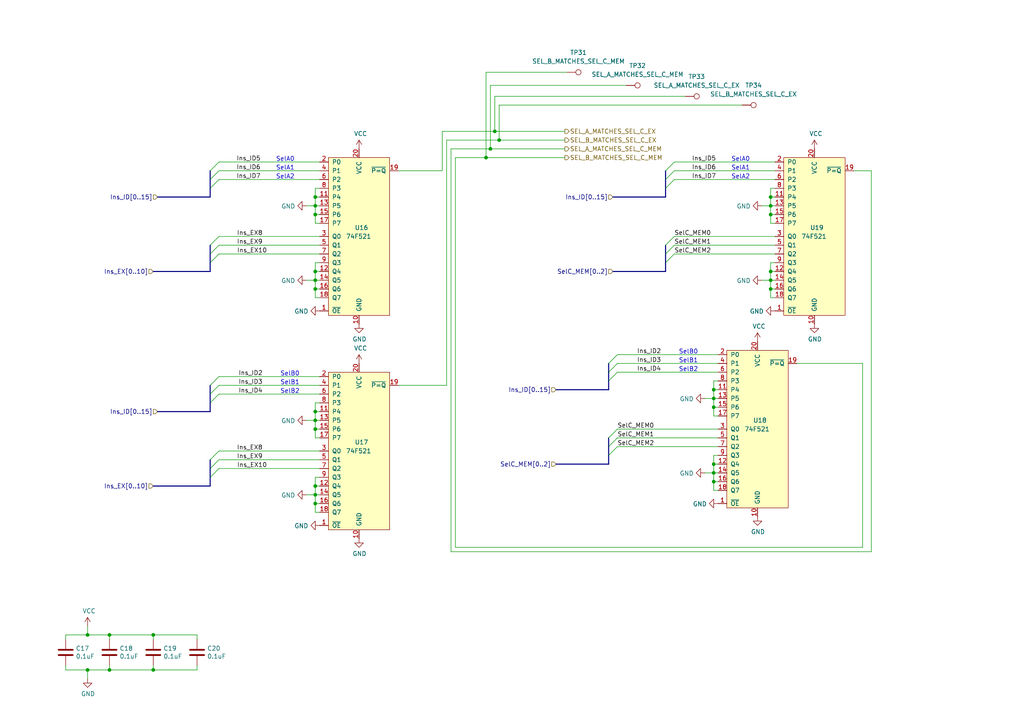
<source format=kicad_sch>
(kicad_sch (version 20250114) (generator "eeschema") (generator_version "9.0")
  (paper "A4")
  (title_block (date "2023-11-25") (rev "A"))
  (lib_symbols
    (symbol "Connector:TestPoint" (pin_numbers (hide yes)) (pin_names (offset 0.762) (hide yes))
      (property "Reference" "TP" (at 0 6.858 0))
      (property "Value" "TestPoint" (at 0 5.08 0))
      (symbol "TestPoint_0_1"
        (circle (center 0 3.302) (radius 0.762))
      )
      (symbol "TestPoint_1_1"
        (pin passive line (at 0 0 90) (length 2.54) (name "1") (number "1"))
      )
    )
    (symbol "Device:C" (pin_numbers (hide yes)) (pin_names (offset 0.254))
      (property "Reference" "C" (at 0.635 2.54 0))
      (property "Value" "C" (at 0.635 -2.54 0))
      (symbol "C_0_1"
        (polyline (pts (xy -2.032 0.762) (xy 2.032 0.762)) (stroke (width 0.508)))
        (polyline (pts (xy -2.032 -0.762) (xy 2.032 -0.762)) (stroke (width 0.508)))
      )
      (symbol "C_1_1"
        (pin passive line (at 0 3.81 270) (length 2.794) (name "~") (number "1"))
        (pin passive line (at 0 -3.81 90) (length 2.794) (name "~") (number "2"))
      )
    )
    (symbol "Turtle16:74F521" (pin_names (offset 1.016))
      (symbol "74F521_0_0"
        (pin input line (at -11.43 19.05 0) (length 2.54) (name "P0") (number "2"))
        (pin input line (at -11.43 16.51 0) (length 2.54) (name "P1") (number "4"))
        (pin input line (at -11.43 13.97 0) (length 2.54) (name "P2") (number "6"))
        (pin input line (at -11.43 11.43 0) (length 2.54) (name "P3") (number "8"))
        (pin input line (at -11.43 8.89 0) (length 2.54) (name "P4") (number "11"))
        (pin input line (at -11.43 6.35 0) (length 2.54) (name "P5") (number "13"))
        (pin input line (at -11.43 3.81 0) (length 2.54) (name "P6") (number "15"))
        (pin input line (at -11.43 1.27 0) (length 2.54) (name "P7") (number "17"))
        (pin input line (at -11.43 -2.54 0) (length 2.54) (name "Q0") (number "3"))
        (pin input line (at -11.43 -5.08 0) (length 2.54) (name "Q1") (number "5"))
        (pin input line (at -11.43 -7.62 0) (length 2.54) (name "Q2") (number "7"))
        (pin input line (at -11.43 -10.16 0) (length 2.54) (name "Q3") (number "9"))
        (pin input line (at -11.43 -12.7 0) (length 2.54) (name "Q4") (number "12"))
        (pin input line (at -11.43 -15.24 0) (length 2.54) (name "Q5") (number "14"))
        (pin input line (at -11.43 -17.78 0) (length 2.54) (name "Q6") (number "16"))
        (pin input line (at -11.43 -20.32 0) (length 2.54) (name "Q7") (number "18"))
        (pin input line (at -11.43 -24.13 0) (length 2.54) (name "~{OE}") (number "1"))
        (pin power_in line (at 0 22.86 270) (length 2.54) (name "VCC") (number "20"))
        (pin power_in line (at 0 -27.94 90) (length 2.54) (name "GND") (number "10"))
        (pin output line (at 11.43 16.51 180) (length 2.54) (name "~{P=Q}") (number "19"))
      )
      (symbol "74F521_0_1"
        (rectangle (start -8.89 20.32) (end 8.89 -25.4) (fill (type background)))
      )
    )
    (symbol "power:GND" (power) (pin_names (offset 0))
      (property "Value" "GND" (at 0 -3.81 0))
      (symbol "GND_0_1"
        (polyline (pts (xy 0 0) (xy 0 -1.27) (xy 1.27 -1.27) (xy 0 -2.54) (xy -1.27 -1.27) (xy 0 -1.27)))
      )
      (symbol "GND_1_1"
        (pin power_in line (at 0 0 270) (length 0) (hide yes) (name "GND") (number "1"))
      )
    )
    (symbol "power:VCC" (power) (pin_names (offset 0))
      (property "Value" "VCC" (at 0 3.81 0))
      (symbol "VCC_0_1"
        (polyline (pts (xy -0.762 1.27) (xy 0 2.54)))
        (polyline (pts (xy 0 2.54) (xy 0.762 1.27)))
        (polyline (pts (xy 0 0) (xy 0 2.54)))
      )
      (symbol "VCC_1_1"
        (pin power_in line (at 0 0 90) (length 0) (hide yes) (name "VCC") (number "1"))
      )
    )
  )
  (text "SelA0" (at 212.09 46.99 0) (effects (font (size 1.27 1.27)) (justify left bottom)))
  (text "SelB1" (at 81.28 111.76 0) (effects (font (size 1.27 1.27)) (justify left bottom)))
  (text "SelA2" (at 212.09 52.07 0) (effects (font (size 1.27 1.27)) (justify left bottom)))
  (text "SelA1" (at 212.09 49.53 0) (effects (font (size 1.27 1.27)) (justify left bottom)))
  (text "SelB2" (at 196.85 107.95 0) (effects (font (size 1.27 1.27)) (justify left bottom)))
  (text "SelA0" (at 80.01 46.99 0) (effects (font (size 1.27 1.27)) (justify left bottom)))
  (text "SelB2" (at 81.28 114.3 0) (effects (font (size 1.27 1.27)) (justify left bottom)))
  (text "SelA1" (at 80.01 49.53 0) (effects (font (size 1.27 1.27)) (justify left bottom)))
  (text "SelA2" (at 80.01 52.07 0) (effects (font (size 1.27 1.27)) (justify left bottom)))
  (text "SelB0" (at 196.85 102.87 0) (effects (font (size 1.27 1.27)) (justify left bottom)))
  (text "SelB0" (at 81.28 109.22 0) (effects (font (size 1.27 1.27)) (justify left bottom)))
  (text "SelB1" (at 196.85 105.41 0) (effects (font (size 1.27 1.27)) (justify left bottom)))
  (junction (at 207.01 139.7))
  (junction (at 144.78 40.64))
  (junction (at 25.4 184.15))
  (junction (at 207.01 113.03))
  (junction (at 91.44 57.15))
  (junction (at 207.01 137.16))
  (junction (at 143.51 38.1))
  (junction (at 223.52 78.74))
  (junction (at 91.44 119.38))
  (junction (at 223.52 59.69))
  (junction (at 142.24 43.18))
  (junction (at 140.97 45.72))
  (junction (at 25.4 194.31))
  (junction (at 91.44 146.05))
  (junction (at 91.44 140.97))
  (junction (at 207.01 118.11))
  (junction (at 223.52 57.15))
  (junction (at 223.52 62.23))
  (junction (at 91.44 143.51))
  (junction (at 91.44 59.69))
  (junction (at 91.44 81.28))
  (junction (at 223.52 83.82))
  (junction (at 44.45 194.31))
  (junction (at 31.75 194.31))
  (junction (at 223.52 81.28))
  (junction (at 31.75 184.15))
  (junction (at 91.44 62.23))
  (junction (at 91.44 121.92))
  (junction (at 207.01 115.57))
  (junction (at 207.01 134.62))
  (junction (at 44.45 184.15))
  (junction (at 91.44 83.82))
  (junction (at 91.44 78.74))
  (junction (at 91.44 124.46))
  (bus_entry (at 193.04 71.12) (size 2.54 -2.54))
  (bus_entry (at 63.5 46.99) (size -2.54 2.54))
  (bus_entry (at 176.53 127) (size 2.54 -2.54))
  (bus_entry (at 179.07 102.87) (size -2.54 2.54))
  (bus_entry (at 63.5 49.53) (size -2.54 2.54))
  (bus_entry (at 193.04 76.2) (size 2.54 -2.54))
  (bus_entry (at 179.07 105.41) (size -2.54 2.54))
  (bus_entry (at 60.96 138.43) (size 2.54 -2.54))
  (bus_entry (at 63.5 114.3) (size -2.54 2.54))
  (bus_entry (at 176.53 132.08) (size 2.54 -2.54))
  (bus_entry (at 195.58 49.53) (size -2.54 2.54))
  (bus_entry (at 60.96 71.12) (size 2.54 -2.54))
  (bus_entry (at 63.5 109.22) (size -2.54 2.54))
  (bus_entry (at 195.58 46.99) (size -2.54 2.54))
  (bus_entry (at 63.5 111.76) (size -2.54 2.54))
  (bus_entry (at 179.07 107.95) (size -2.54 2.54))
  (bus_entry (at 60.96 135.89) (size 2.54 -2.54))
  (bus_entry (at 195.58 52.07) (size -2.54 2.54))
  (bus_entry (at 60.96 133.35) (size 2.54 -2.54))
  (bus_entry (at 63.5 52.07) (size -2.54 2.54))
  (bus_entry (at 193.04 73.66) (size 2.54 -2.54))
  (bus_entry (at 60.96 73.66) (size 2.54 -2.54))
  (bus_entry (at 176.53 129.54) (size 2.54 -2.54))
  (bus_entry (at 60.96 76.2) (size 2.54 -2.54))
  (bus (pts (xy 60.96 52.07) (xy 60.96 54.61)))
  (wire (pts (xy 143.51 27.94) (xy 143.51 38.1)))
  (bus (pts (xy 60.96 49.53) (xy 60.96 52.07)))
  (wire (pts (xy 91.44 57.15) (xy 91.44 59.69)))
  (wire (pts (xy 140.97 45.72) (xy 163.83 45.72)))
  (bus (pts (xy 177.8 78.74) (xy 193.04 78.74)))
  (wire (pts (xy 44.45 194.31) (xy 57.15 194.31)))
  (wire (pts (xy 91.44 62.23) (xy 91.44 64.77)))
  (wire (pts (xy 195.58 46.99) (xy 224.79 46.99)))
  (bus (pts (xy 161.29 134.62) (xy 176.53 134.62)))
  (bus (pts (xy 176.53 110.49) (xy 176.53 113.03)))
  (bus (pts (xy 176.53 105.41) (xy 176.53 107.95)))
  (wire (pts (xy 130.81 43.18) (xy 142.24 43.18)))
  (bus (pts (xy 176.53 127) (xy 176.53 129.54)))
  (wire (pts (xy 92.71 140.97) (xy 91.44 140.97)))
  (wire (pts (xy 231.14 105.41) (xy 250.19 105.41)))
  (wire (pts (xy 63.5 109.22) (xy 92.71 109.22)))
  (bus (pts (xy 60.96 135.89) (xy 60.96 138.43)))
  (bus (pts (xy 176.53 132.08) (xy 176.53 134.62)))
  (wire (pts (xy 91.44 121.92) (xy 91.44 124.46)))
  (wire (pts (xy 132.08 45.72) (xy 140.97 45.72)))
  (wire (pts (xy 224.79 68.58) (xy 195.58 68.58)))
  (wire (pts (xy 223.52 59.69) (xy 224.79 59.69)))
  (wire (pts (xy 215.265 30.48) (xy 144.78 30.48)))
  (bus (pts (xy 176.53 129.54) (xy 176.53 132.08)))
  (bus (pts (xy 193.04 73.66) (xy 193.04 76.2)))
  (wire (pts (xy 207.01 115.57) (xy 208.28 115.57)))
  (wire (pts (xy 25.4 196.85) (xy 25.4 194.31)))
  (wire (pts (xy 207.01 139.7) (xy 207.01 142.24)))
  (wire (pts (xy 57.15 184.15) (xy 57.15 185.42)))
  (wire (pts (xy 91.44 121.92) (xy 88.9 121.92)))
  (wire (pts (xy 142.24 24.765) (xy 142.24 43.18)))
  (wire (pts (xy 224.79 57.15) (xy 223.52 57.15)))
  (wire (pts (xy 25.4 194.31) (xy 31.75 194.31)))
  (wire (pts (xy 91.44 59.69) (xy 91.44 62.23)))
  (wire (pts (xy 207.01 137.16) (xy 204.47 137.16)))
  (wire (pts (xy 91.44 59.69) (xy 92.71 59.69)))
  (bus (pts (xy 193.04 71.12) (xy 193.04 73.66)))
  (wire (pts (xy 207.01 120.65) (xy 208.28 120.65)))
  (wire (pts (xy 207.01 137.16) (xy 207.01 139.7)))
  (bus (pts (xy 60.96 57.15) (xy 45.72 57.15)))
  (wire (pts (xy 179.07 102.87) (xy 208.28 102.87)))
  (wire (pts (xy 223.52 64.77) (xy 224.79 64.77)))
  (bus (pts (xy 193.04 49.53) (xy 193.04 52.07)))
  (wire (pts (xy 142.24 24.765) (xy 181.61 24.765)))
  (wire (pts (xy 208.28 129.54) (xy 179.07 129.54)))
  (wire (pts (xy 207.01 142.24) (xy 208.28 142.24)))
  (wire (pts (xy 91.44 138.43) (xy 91.44 140.97)))
  (wire (pts (xy 250.19 158.75) (xy 132.08 158.75)))
  (wire (pts (xy 207.01 137.16) (xy 208.28 137.16)))
  (wire (pts (xy 224.79 73.66) (xy 195.58 73.66)))
  (wire (pts (xy 19.05 184.15) (xy 25.4 184.15)))
  (bus (pts (xy 60.96 73.66) (xy 60.96 76.2)))
  (wire (pts (xy 195.58 71.12) (xy 224.79 71.12)))
  (wire (pts (xy 19.05 185.42) (xy 19.05 184.15)))
  (bus (pts (xy 44.45 78.74) (xy 60.96 78.74)))
  (wire (pts (xy 92.71 83.82) (xy 91.44 83.82)))
  (wire (pts (xy 92.71 116.84) (xy 91.44 116.84)))
  (wire (pts (xy 63.5 68.58) (xy 92.71 68.58)))
  (bus (pts (xy 176.53 107.95) (xy 176.53 110.49)))
  (wire (pts (xy 208.28 124.46) (xy 179.07 124.46)))
  (wire (pts (xy 91.44 143.51) (xy 92.71 143.51)))
  (wire (pts (xy 25.4 181.61) (xy 25.4 184.15)))
  (wire (pts (xy 223.52 57.15) (xy 223.52 59.69)))
  (bus (pts (xy 176.53 113.03) (xy 161.29 113.03)))
  (wire (pts (xy 223.52 54.61) (xy 223.52 57.15)))
  (wire (pts (xy 91.44 81.28) (xy 91.44 83.82)))
  (wire (pts (xy 208.28 118.11) (xy 207.01 118.11)))
  (wire (pts (xy 92.71 76.2) (xy 91.44 76.2)))
  (wire (pts (xy 91.44 83.82) (xy 91.44 86.36)))
  (wire (pts (xy 195.58 49.53) (xy 224.79 49.53)))
  (wire (pts (xy 91.44 119.38) (xy 91.44 121.92)))
  (wire (pts (xy 63.5 71.12) (xy 92.71 71.12)))
  (wire (pts (xy 223.52 81.28) (xy 223.52 83.82)))
  (wire (pts (xy 208.28 110.49) (xy 207.01 110.49)))
  (bus (pts (xy 193.04 54.61) (xy 193.04 57.15)))
  (wire (pts (xy 207.01 115.57) (xy 207.01 118.11)))
  (wire (pts (xy 91.44 121.92) (xy 92.71 121.92)))
  (wire (pts (xy 91.44 148.59) (xy 92.71 148.59)))
  (wire (pts (xy 207.01 110.49) (xy 207.01 113.03)))
  (wire (pts (xy 91.44 81.28) (xy 92.71 81.28)))
  (wire (pts (xy 208.28 132.08) (xy 207.01 132.08)))
  (bus (pts (xy 193.04 57.15) (xy 177.8 57.15)))
  (wire (pts (xy 92.71 54.61) (xy 91.44 54.61)))
  (bus (pts (xy 60.96 133.35) (xy 60.96 135.89)))
  (bus (pts (xy 60.96 114.3) (xy 60.96 116.84)))
  (wire (pts (xy 91.44 54.61) (xy 91.44 57.15)))
  (wire (pts (xy 92.71 146.05) (xy 91.44 146.05)))
  (wire (pts (xy 223.52 86.36) (xy 224.79 86.36)))
  (wire (pts (xy 128.27 49.53) (xy 128.27 38.1)))
  (wire (pts (xy 91.44 76.2) (xy 91.44 78.74)))
  (wire (pts (xy 223.52 83.82) (xy 223.52 86.36)))
  (wire (pts (xy 91.44 143.51) (xy 88.9 143.51)))
  (wire (pts (xy 207.01 113.03) (xy 207.01 115.57)))
  (wire (pts (xy 224.79 78.74) (xy 223.52 78.74)))
  (wire (pts (xy 44.45 184.15) (xy 57.15 184.15)))
  (wire (pts (xy 91.44 78.74) (xy 91.44 81.28)))
  (wire (pts (xy 63.5 73.66) (xy 92.71 73.66)))
  (bus (pts (xy 60.96 71.12) (xy 60.96 73.66)))
  (bus (pts (xy 60.96 116.84) (xy 60.96 119.38)))
  (wire (pts (xy 91.44 146.05) (xy 91.44 148.59)))
  (wire (pts (xy 207.01 134.62) (xy 207.01 137.16)))
  (bus (pts (xy 193.04 76.2) (xy 193.04 78.74)))
  (wire (pts (xy 224.79 54.61) (xy 223.52 54.61)))
  (wire (pts (xy 63.5 114.3) (xy 92.71 114.3)))
  (wire (pts (xy 224.79 76.2) (xy 223.52 76.2)))
  (wire (pts (xy 223.52 59.69) (xy 220.98 59.69)))
  (wire (pts (xy 140.97 20.955) (xy 164.465 20.955)))
  (wire (pts (xy 223.52 76.2) (xy 223.52 78.74)))
  (wire (pts (xy 92.71 124.46) (xy 91.44 124.46)))
  (wire (pts (xy 252.73 160.02) (xy 130.81 160.02)))
  (wire (pts (xy 19.05 194.31) (xy 25.4 194.31)))
  (wire (pts (xy 63.5 111.76) (xy 92.71 111.76)))
  (wire (pts (xy 92.71 119.38) (xy 91.44 119.38)))
  (wire (pts (xy 142.24 43.18) (xy 163.83 43.18)))
  (wire (pts (xy 63.5 46.99) (xy 92.71 46.99)))
  (wire (pts (xy 195.58 52.07) (xy 224.79 52.07)))
  (wire (pts (xy 140.97 20.955) (xy 140.97 45.72)))
  (wire (pts (xy 91.44 116.84) (xy 91.44 119.38)))
  (wire (pts (xy 144.78 40.64) (xy 163.83 40.64)))
  (wire (pts (xy 25.4 184.15) (xy 31.75 184.15)))
  (wire (pts (xy 92.71 57.15) (xy 91.44 57.15)))
  (wire (pts (xy 63.5 130.81) (xy 92.71 130.81)))
  (bus (pts (xy 60.96 138.43) (xy 60.96 140.97)))
  (wire (pts (xy 115.57 49.53) (xy 128.27 49.53)))
  (bus (pts (xy 44.45 140.97) (xy 60.96 140.97)))
  (wire (pts (xy 31.75 184.15) (xy 31.75 185.42)))
  (wire (pts (xy 92.71 62.23) (xy 91.44 62.23)))
  (wire (pts (xy 129.54 40.64) (xy 144.78 40.64)))
  (wire (pts (xy 31.75 194.31) (xy 31.75 193.04)))
  (bus (pts (xy 60.96 76.2) (xy 60.96 78.74)))
  (wire (pts (xy 223.52 62.23) (xy 223.52 64.77)))
  (wire (pts (xy 207.01 115.57) (xy 204.47 115.57)))
  (bus (pts (xy 193.04 52.07) (xy 193.04 54.61)))
  (wire (pts (xy 179.07 127) (xy 208.28 127)))
  (wire (pts (xy 31.75 184.15) (xy 44.45 184.15)))
  (wire (pts (xy 129.54 40.64) (xy 129.54 111.76)))
  (wire (pts (xy 247.65 49.53) (xy 252.73 49.53)))
  (wire (pts (xy 63.5 133.35) (xy 92.71 133.35)))
  (wire (pts (xy 252.73 49.53) (xy 252.73 160.02)))
  (wire (pts (xy 91.44 81.28) (xy 88.9 81.28)))
  (wire (pts (xy 224.79 83.82) (xy 223.52 83.82)))
  (wire (pts (xy 130.81 43.18) (xy 130.81 160.02)))
  (wire (pts (xy 223.52 81.28) (xy 220.98 81.28)))
  (wire (pts (xy 144.78 30.48) (xy 144.78 40.64)))
  (wire (pts (xy 91.44 124.46) (xy 91.44 127)))
  (wire (pts (xy 19.05 193.04) (xy 19.05 194.31)))
  (wire (pts (xy 63.5 135.89) (xy 92.71 135.89)))
  (wire (pts (xy 92.71 138.43) (xy 91.44 138.43)))
  (wire (pts (xy 115.57 111.76) (xy 129.54 111.76)))
  (wire (pts (xy 91.44 59.69) (xy 88.9 59.69)))
  (wire (pts (xy 207.01 132.08) (xy 207.01 134.62)))
  (wire (pts (xy 57.15 194.31) (xy 57.15 193.04)))
  (bus (pts (xy 60.96 111.76) (xy 60.96 114.3)))
  (wire (pts (xy 91.44 86.36) (xy 92.71 86.36)))
  (wire (pts (xy 179.07 107.95) (xy 208.28 107.95)))
  (wire (pts (xy 91.44 143.51) (xy 91.44 146.05)))
  (wire (pts (xy 91.44 127) (xy 92.71 127)))
  (wire (pts (xy 143.51 38.1) (xy 163.83 38.1)))
  (wire (pts (xy 198.755 27.94) (xy 143.51 27.94)))
  (wire (pts (xy 92.71 78.74) (xy 91.44 78.74)))
  (wire (pts (xy 128.27 38.1) (xy 143.51 38.1)))
  (wire (pts (xy 44.45 184.15) (xy 44.45 185.42)))
  (wire (pts (xy 63.5 49.53) (xy 92.71 49.53)))
  (wire (pts (xy 223.52 59.69) (xy 223.52 62.23)))
  (wire (pts (xy 208.28 139.7) (xy 207.01 139.7)))
  (wire (pts (xy 91.44 140.97) (xy 91.44 143.51)))
  (wire (pts (xy 208.28 113.03) (xy 207.01 113.03)))
  (wire (pts (xy 31.75 194.31) (xy 44.45 194.31)))
  (bus (pts (xy 60.96 54.61) (xy 60.96 57.15)))
  (bus (pts (xy 60.96 119.38) (xy 45.72 119.38)))
  (wire (pts (xy 44.45 194.31) (xy 44.45 193.04)))
  (wire (pts (xy 179.07 105.41) (xy 208.28 105.41)))
  (wire (pts (xy 223.52 81.28) (xy 224.79 81.28)))
  (wire (pts (xy 132.08 45.72) (xy 132.08 158.75)))
  (wire (pts (xy 224.79 62.23) (xy 223.52 62.23)))
  (wire (pts (xy 207.01 118.11) (xy 207.01 120.65)))
  (wire (pts (xy 63.5 52.07) (xy 92.71 52.07)))
  (wire (pts (xy 223.52 78.74) (xy 223.52 81.28)))
  (wire (pts (xy 208.28 134.62) (xy 207.01 134.62)))
  (wire (pts (xy 91.44 64.77) (xy 92.71 64.77)))
  (wire (pts (xy 250.19 105.41) (xy 250.19 158.75)))
  (label "Ins_ID7" (at 200.66 52.07 0))
  (label "SelC_MEM1" (at 195.58 71.12 0))
  (label "SelC_MEM0" (at 195.58 68.58 0))
  (label "SelC_MEM0" (at 179.07 124.46 0))
  (label "Ins_ID3" (at 76.2 111.76 180))
  (label "Ins_EX9" (at 76.2 133.35 180))
  (label "Ins_EX10" (at 77.47 135.89 180))
  (label "Ins_EX9" (at 76.2 71.12 180))
  (label "Ins_EX8" (at 76.2 68.58 180))
  (label "Ins_ID2" (at 76.2 109.22 180))
  (label "Ins_EX8" (at 76.2 130.81 180))
  (label "SelC_MEM2" (at 179.07 129.54 0))
  (label "Ins_ID4" (at 76.2 114.3 180))
  (label "Ins_ID6" (at 68.58 49.53 0))
  (label "Ins_EX10" (at 77.47 73.66 180))
  (label "Ins_ID2" (at 191.77 102.87 180))
  (label "Ins_ID6" (at 200.66 49.53 0))
  (label "SelC_MEM1" (at 179.07 127 0))
  (label "Ins_ID3" (at 191.77 105.41 180))
  (label "SelC_MEM2" (at 195.58 73.66 0))
  (label "Ins_ID5" (at 200.66 46.99 0))
  (label "Ins_ID5" (at 68.58 46.99 0))
  (label "Ins_ID7" (at 68.58 52.07 0))
  (label "Ins_ID4" (at 191.77 107.95 180))
  (hierarchical_label "SEL_A_MATCHES_SEL_C_EX" (shape output) (at 163.83 38.1 0))
  (hierarchical_label "Ins_EX[0..10]" (shape input) (at 44.45 78.74 180))
  (hierarchical_label "SEL_A_MATCHES_SEL_C_MEM" (shape output) (at 163.83 43.18 0))
  (hierarchical_label "SEL_B_MATCHES_SEL_C_MEM" (shape output) (at 163.83 45.72 0))
  (hierarchical_label "SelC_MEM[0..2]" (shape input) (at 161.29 134.62 180))
  (hierarchical_label "Ins_ID[0..15]" (shape input) (at 161.29 113.03 180))
  (hierarchical_label "Ins_ID[0..15]" (shape input) (at 45.72 119.38 180))
  (hierarchical_label "Ins_ID[0..15]" (shape input) (at 45.72 57.15 180))
  (hierarchical_label "Ins_EX[0..10]" (shape input) (at 44.45 140.97 180))
  (hierarchical_label "SelC_MEM[0..2]" (shape input) (at 177.8 78.74 180))
  (hierarchical_label "Ins_ID[0..15]" (shape input) (at 177.8 57.15 180))
  (hierarchical_label "SEL_B_MATCHES_SEL_C_EX" (shape output) (at 163.83 40.64 0))
  (symbol (lib_id "Device:C") (at 19.05 189.23 0) (unit 1)
    (property "Reference" "C17" (at 21.971 188.0616 0) (effects (justify left)))
    (property "Value" "0.1uF" (at 21.971 190.373 0) (effects (justify left)))
    (property "Footprint" "Capacitor_SMD:C_0603_1608Metric" (effects (hide yes)))
    (property "Datasheet" "https://www.mouser.com/datasheet/2/396/taiyo_yuden_12132018_mlcc11_hq_e-1510082.pdf" (effects (hide yes)))
    (property "Manufacturer" "Taiyo Yuden" (effects (hide yes)))
    (property "Manufacturer#" "EMK107B7104KAHT" (effects (hide yes)))
    (property "Mouser#" "963-EMK107B7104KAHT" (effects (hide yes)))
    (property "Digikey#" "587-6004-1-ND" (effects (hide yes)))
  )
  (symbol (lib_id "power:VCC") (at 25.4 181.61 0) (unit 1)
    (property "Reference" "#PWR084" (effects (hide yes)))
    (property "Value" "VCC" (at 25.8318 177.2158 0))
  )
  (symbol (lib_id "power:GND") (at 25.4 196.85 0) (unit 1)
    (property "Reference" "#PWR085" (effects (hide yes)))
    (property "Value" "GND" (at 25.527 201.2442 0))
  )
  (symbol (lib_id "Device:C") (at 31.75 189.23 0) (unit 1)
    (property "Reference" "C18" (at 34.671 188.0616 0) (effects (justify left)))
    (property "Value" "0.1uF" (at 34.671 190.373 0) (effects (justify left)))
    (property "Footprint" "Capacitor_SMD:C_0603_1608Metric" (effects (hide yes)))
    (property "Datasheet" "https://www.mouser.com/datasheet/2/396/taiyo_yuden_12132018_mlcc11_hq_e-1510082.pdf" (effects (hide yes)))
    (property "Manufacturer" "Taiyo Yuden" (effects (hide yes)))
    (property "Manufacturer#" "EMK107B7104KAHT" (effects (hide yes)))
    (property "Mouser#" "963-EMK107B7104KAHT" (effects (hide yes)))
    (property "Digikey#" "587-6004-1-ND" (effects (hide yes)))
  )
  (symbol (lib_id "Device:C") (at 44.45 189.23 0) (unit 1)
    (property "Reference" "C19" (at 47.371 188.0616 0) (effects (justify left)))
    (property "Value" "0.1uF" (at 47.371 190.373 0) (effects (justify left)))
    (property "Footprint" "Capacitor_SMD:C_0603_1608Metric" (effects (hide yes)))
    (property "Datasheet" "https://www.mouser.com/datasheet/2/396/taiyo_yuden_12132018_mlcc11_hq_e-1510082.pdf" (effects (hide yes)))
    (property "Manufacturer" "Taiyo Yuden" (effects (hide yes)))
    (property "Manufacturer#" "EMK107B7104KAHT" (effects (hide yes)))
    (property "Mouser#" "963-EMK107B7104KAHT" (effects (hide yes)))
    (property "Digikey#" "587-6004-1-ND" (effects (hide yes)))
  )
  (symbol (lib_id "Device:C") (at 57.15 189.23 0) (unit 1)
    (property "Reference" "C20" (at 60.071 188.0616 0) (effects (justify left)))
    (property "Value" "0.1uF" (at 60.071 190.373 0) (effects (justify left)))
    (property "Footprint" "Capacitor_SMD:C_0603_1608Metric" (effects (hide yes)))
    (property "Datasheet" "https://www.mouser.com/datasheet/2/396/taiyo_yuden_12132018_mlcc11_hq_e-1510082.pdf" (effects (hide yes)))
    (property "Manufacturer" "Taiyo Yuden" (effects (hide yes)))
    (property "Manufacturer#" "EMK107B7104KAHT" (effects (hide yes)))
    (property "Mouser#" "963-EMK107B7104KAHT" (effects (hide yes)))
    (property "Digikey#" "587-6004-1-ND" (effects (hide yes)))
  )
  (symbol (lib_id "Turtle16:74F521") (at 104.14 66.04 0) (unit 1)
    (property "Reference" "U16" (at 102.87 66.04 0) (effects (justify left)))
    (property "Value" "74F521" (at 100.33 68.58 0) (effects (justify left)))
    (property "Footprint" "Package_SO:SOIC-20W_7.5x12.8mm_P1.27mm" (effects (hide yes)))
    (property "Datasheet" "https://www.ti.com/general/docs/suppproductinfo.tsp?distId=26&gotoUrl=https://www.ti.com/lit/gpn/sn74f521" (effects (hide yes)))
    (property "Manufacturer" "Texas Instruments" (effects (hide yes)))
    (property "Manufacturer#" "SN74F521DWR" (effects (hide yes)))
    (property "Mouser#" "595-SN74F521DWR" (effects (hide yes)))
    (property "Digikey#" "296-14819-1-ND" (effects (hide yes)))
  )
  (symbol (lib_id "power:VCC") (at 104.14 43.18 0) (unit 1)
    (property "Reference" "#PWR092" (effects (hide yes)))
    (property "Value" "VCC" (at 104.5718 38.7858 0))
  )
  (symbol (lib_id "power:GND") (at 104.14 93.98 0) (unit 1)
    (property "Reference" "#PWR093" (effects (hide yes)))
    (property "Value" "GND" (at 104.267 98.3742 0))
  )
  (symbol (lib_id "power:GND") (at 92.71 90.17 270) (unit 1)
    (property "Reference" "#PWR090" (effects (hide yes)))
    (property "Value" "GND" (at 89.4588 90.297 90) (effects (justify right)))
  )
  (symbol (lib_id "power:GND") (at 88.9 81.28 270) (unit 1)
    (property "Reference" "#PWR087" (effects (hide yes)))
    (property "Value" "GND" (at 85.6488 81.407 90) (effects (justify right)))
  )
  (symbol (lib_id "power:GND") (at 88.9 59.69 270) (unit 1)
    (property "Reference" "#PWR086" (effects (hide yes)))
    (property "Value" "GND" (at 85.6488 59.817 90) (effects (justify right)))
  )
  (symbol (lib_id "Turtle16:74F521") (at 104.14 128.27 0) (unit 1)
    (property "Reference" "U17" (at 102.87 128.27 0) (effects (justify left)))
    (property "Value" "74F521" (at 100.33 130.81 0) (effects (justify left)))
    (property "Footprint" "Package_SO:SOIC-20W_7.5x12.8mm_P1.27mm" (effects (hide yes)))
    (property "Datasheet" "https://www.ti.com/general/docs/suppproductinfo.tsp?distId=26&gotoUrl=https://www.ti.com/lit/gpn/sn74f521" (effects (hide yes)))
    (property "Manufacturer" "Texas Instruments" (effects (hide yes)))
    (property "Manufacturer#" "SN74F521DWR" (effects (hide yes)))
    (property "Mouser#" "595-SN74F521DWR" (effects (hide yes)))
    (property "Digikey#" "296-14819-1-ND" (effects (hide yes)))
  )
  (symbol (lib_id "power:VCC") (at 104.14 105.41 0) (unit 1)
    (property "Reference" "#PWR094" (effects (hide yes)))
    (property "Value" "VCC" (at 104.5718 101.0158 0))
  )
  (symbol (lib_id "power:GND") (at 104.14 156.21 0) (unit 1)
    (property "Reference" "#PWR095" (effects (hide yes)))
    (property "Value" "GND" (at 104.267 160.6042 0))
  )
  (symbol (lib_id "power:GND") (at 92.71 152.4 270) (unit 1)
    (property "Reference" "#PWR091" (effects (hide yes)))
    (property "Value" "GND" (at 89.4588 152.527 90) (effects (justify right)))
  )
  (symbol (lib_id "power:GND") (at 88.9 143.51 270) (unit 1)
    (property "Reference" "#PWR089" (effects (hide yes)))
    (property "Value" "GND" (at 85.6488 143.637 90) (effects (justify right)))
  )
  (symbol (lib_id "power:GND") (at 88.9 121.92 270) (unit 1)
    (property "Reference" "#PWR088" (effects (hide yes)))
    (property "Value" "GND" (at 85.6488 122.047 90) (effects (justify right)))
  )
  (symbol (lib_id "power:GND") (at 220.98 59.69 270) (unit 1)
    (property "Reference" "#PWR0101" (effects (hide yes)))
    (property "Value" "GND" (at 217.7288 59.817 90) (effects (justify right)))
  )
  (symbol (lib_id "power:GND") (at 220.98 81.28 270) (unit 1)
    (property "Reference" "#PWR0102" (effects (hide yes)))
    (property "Value" "GND" (at 217.7288 81.407 90) (effects (justify right)))
  )
  (symbol (lib_id "power:GND") (at 224.79 90.17 270) (unit 1)
    (property "Reference" "#PWR0103" (effects (hide yes)))
    (property "Value" "GND" (at 221.5388 90.297 90) (effects (justify right)))
  )
  (symbol (lib_id "power:GND") (at 236.22 93.98 0) (unit 1)
    (property "Reference" "#PWR0105" (effects (hide yes)))
    (property "Value" "GND" (at 236.347 98.3742 0))
  )
  (symbol (lib_id "power:VCC") (at 236.22 43.18 0) (unit 1)
    (property "Reference" "#PWR0104" (effects (hide yes)))
    (property "Value" "VCC" (at 236.6518 38.7858 0))
  )
  (symbol (lib_id "Turtle16:74F521") (at 236.22 66.04 0) (unit 1)
    (property "Reference" "U19" (at 234.95 66.04 0) (effects (justify left)))
    (property "Value" "74F521" (at 232.41 68.58 0) (effects (justify left)))
    (property "Footprint" "Package_SO:SOIC-20W_7.5x12.8mm_P1.27mm" (effects (hide yes)))
    (property "Datasheet" "https://www.ti.com/general/docs/suppproductinfo.tsp?distId=26&gotoUrl=https://www.ti.com/lit/gpn/sn74f521" (effects (hide yes)))
    (property "Manufacturer" "Texas Instruments" (effects (hide yes)))
    (property "Manufacturer#" "SN74F521DWR" (effects (hide yes)))
    (property "Mouser#" "595-SN74F521DWR" (effects (hide yes)))
    (property "Digikey#" "296-14819-1-ND" (effects (hide yes)))
  )
  (symbol (lib_id "Turtle16:74F521") (at 219.71 121.92 0) (unit 1)
    (property "Reference" "U18" (at 218.44 121.92 0) (effects (justify left)))
    (property "Value" "74F521" (at 215.9 124.46 0) (effects (justify left)))
    (property "Footprint" "Package_SO:SOIC-20W_7.5x12.8mm_P1.27mm" (effects (hide yes)))
    (property "Datasheet" "https://www.ti.com/general/docs/suppproductinfo.tsp?distId=26&gotoUrl=https://www.ti.com/lit/gpn/sn74f521" (effects (hide yes)))
    (property "Manufacturer" "Texas Instruments" (effects (hide yes)))
    (property "Manufacturer#" "SN74F521DWR" (effects (hide yes)))
    (property "Mouser#" "595-SN74F521DWR" (effects (hide yes)))
    (property "Digikey#" "296-14819-1-ND" (effects (hide yes)))
  )
  (symbol (lib_id "power:VCC") (at 219.71 99.06 0) (unit 1)
    (property "Reference" "#PWR099" (effects (hide yes)))
    (property "Value" "VCC" (at 220.1418 94.6658 0))
  )
  (symbol (lib_id "power:GND") (at 219.71 149.86 0) (unit 1)
    (property "Reference" "#PWR0100" (effects (hide yes)))
    (property "Value" "GND" (at 219.837 154.2542 0))
  )
  (symbol (lib_id "power:GND") (at 208.28 146.05 270) (unit 1)
    (property "Reference" "#PWR098" (effects (hide yes)))
    (property "Value" "GND" (at 205.0288 146.177 90) (effects (justify right)))
  )
  (symbol (lib_id "power:GND") (at 204.47 137.16 270) (unit 1)
    (property "Reference" "#PWR097" (effects (hide yes)))
    (property "Value" "GND" (at 201.2188 137.287 90) (effects (justify right)))
  )
  (symbol (lib_id "power:GND") (at 204.47 115.57 270) (unit 1)
    (property "Reference" "#PWR096" (effects (hide yes)))
    (property "Value" "GND" (at 201.2188 115.697 90) (effects (justify right)))
  )
  (symbol (lib_id "Connector:TestPoint") (at 215.265 30.48 270) (mirror x) (unit 1) (in_bom no)
    (property "Reference" "TP34" (at 218.567 24.765 90))
    (property "Value" "SEL_B_MATCHES_SEL_C_EX" (at 218.567 27.305 90))
    (property "Footprint" "TestPoint:TestPoint_Pad_D1.0mm" (effects (hide yes)))
  )
  (symbol (lib_id "Connector:TestPoint") (at 164.465 20.955 270) (mirror x) (unit 1) (in_bom no)
    (property "Reference" "TP31" (at 167.767 15.24 90))
    (property "Value" "SEL_B_MATCHES_SEL_C_MEM" (at 167.767 17.78 90))
    (property "Footprint" "TestPoint:TestPoint_Pad_D1.0mm" (effects (hide yes)))
  )
  (symbol (lib_id "Connector:TestPoint") (at 198.755 27.94 270) (mirror x) (unit 1) (in_bom no)
    (property "Reference" "TP33" (at 202.057 22.225 90))
    (property "Value" "SEL_A_MATCHES_SEL_C_EX" (at 202.057 24.765 90))
    (property "Footprint" "TestPoint:TestPoint_Pad_D1.0mm" (effects (hide yes)))
  )
  (symbol (lib_id "Connector:TestPoint") (at 181.61 24.765 270) (mirror x) (unit 1) (in_bom no)
    (property "Reference" "TP32" (at 184.912 19.05 90))
    (property "Value" "SEL_A_MATCHES_SEL_C_MEM" (at 184.912 21.59 90))
    (property "Footprint" "TestPoint:TestPoint_Pad_D1.0mm" (effects (hide yes)))
  )
)
</source>
